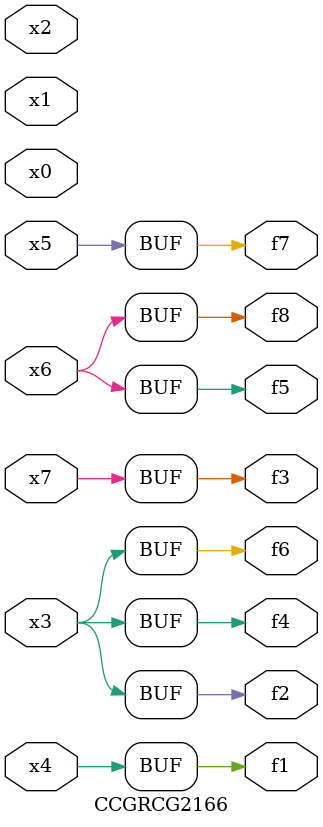
<source format=v>
module CCGRCG2166(
	input x0, x1, x2, x3, x4, x5, x6, x7,
	output f1, f2, f3, f4, f5, f6, f7, f8
);
	assign f1 = x4;
	assign f2 = x3;
	assign f3 = x7;
	assign f4 = x3;
	assign f5 = x6;
	assign f6 = x3;
	assign f7 = x5;
	assign f8 = x6;
endmodule

</source>
